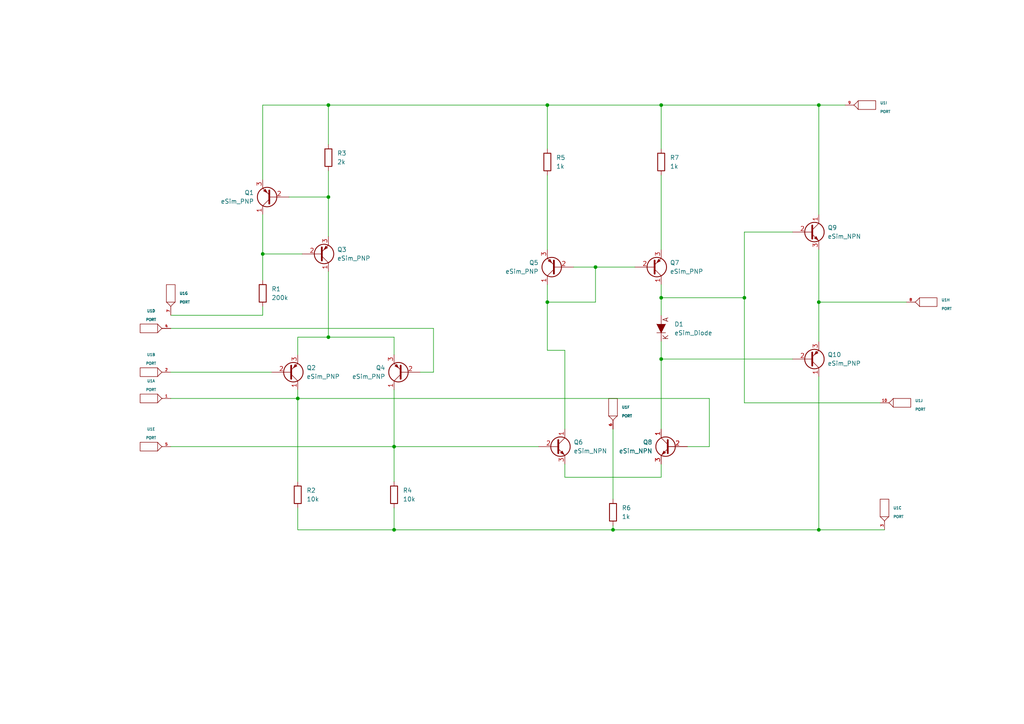
<source format=kicad_sch>
(kicad_sch (version 20211123) (generator eeschema)
  (paper "A4")
  (lib_symbols
    (symbol "eSim_Devices:eSim_Diode" (pin_numbers hide) (pin_names (offset 1.016) hide)
      (property "Reference" "D" (at 0 2.54 0))
      (property "Value" "eSim_Diode" (at 0 -2.54 0))
      (symbol "eSim_Diode_0_0"
        (text "A" (at -2.54 1.27 0) (effects (font (size 1.524 1.524))))
        (text "K" (at 2.54 1.27 0) (effects (font (size 1.524 1.524))))
      )
      (symbol "eSim_Diode_0_1"
        (polyline (pts (xy 1.27 1.27) (xy 1.27 -1.27)) (stroke (width 0.1524)))
        (polyline (pts (xy -1.27 1.27) (xy 1.27 0) (xy -1.27 -1.27)) (fill (type outline)))
      )
      (symbol "eSim_Diode_1_1"
        (pin passive line (at -3.81 0 0) (length 2.54) (name "A") (number "1"))
        (pin passive line (at 3.81 0 180) (length 2.54) (name "K") (number "2"))
      )
    )
    (symbol "eSim_Devices:eSim_NPN" (pin_names (offset 0) hide)
      (property "Reference" "Q" (at -2.54 1.27 0))
      (property "Value" "eSim_NPN" (at -1.27 3.81 0))
      (symbol "eSim_NPN_0_1"
        (polyline (pts (xy 0.635 0.635) (xy 2.54 2.54)))
        (polyline (pts (xy 0.635 -0.635) (xy 2.54 -2.54) (xy 2.54 -2.54)))
        (polyline (pts (xy 0.635 1.905) (xy 0.635 -1.905) (xy 0.635 -1.905)) (stroke (width 0.508)))
        (polyline (pts (xy 1.27 -1.778) (xy 1.778 -1.27) (xy 2.286 -2.286) (xy 1.27 -1.778) (xy 1.27 -1.778)) (fill (type outline)))
        (circle (center 1.27 0) (radius 2.8194) (stroke (width 0.254)))
      )
      (symbol "eSim_NPN_1_1"
        (pin passive line (at 2.54 5.08 270) (length 2.54) (name "C") (number "1"))
        (pin passive line (at -5.08 0 0) (length 5.715) (name "B") (number "2"))
        (pin passive line (at 2.54 -5.08 90) (length 2.54) (name "E") (number "3"))
      )
    )
    (symbol "eSim_Devices:eSim_PNP" (pin_names (offset 0) hide)
      (property "Reference" "Q" (at -2.54 1.27 0))
      (property "Value" "eSim_PNP" (at -1.27 3.81 0))
      (symbol "eSim_PNP_0_1"
        (polyline (pts (xy 0.635 0.635) (xy 2.54 2.54)))
        (polyline (pts (xy 0.635 -0.635) (xy 2.54 -2.54) (xy 2.54 -2.54)))
        (polyline (pts (xy 0.635 1.905) (xy 0.635 -1.905) (xy 0.635 -1.905)) (stroke (width 0.508)))
        (polyline (pts (xy 2.286 -1.778) (xy 1.778 -2.286) (xy 1.27 -1.27) (xy 2.286 -1.778) (xy 2.286 -1.778)) (fill (type outline)))
        (circle (center 1.27 0) (radius 2.8194) (stroke (width 0.254)))
      )
      (symbol "eSim_PNP_1_1"
        (pin passive line (at 2.54 5.08 270) (length 2.54) (name "C") (number "1"))
        (pin passive line (at -5.08 0 0) (length 5.715) (name "B") (number "2"))
        (pin passive line (at 2.54 -5.08 90) (length 2.54) (name "E") (number "3"))
      )
    )
    (symbol "eSim_Devices:resistor" (pin_numbers hide) (pin_names (offset 0))
      (property "Reference" "R" (at 1.27 3.302 0))
      (property "Value" "resistor" (at 1.27 -1.27 0))
      (symbol "resistor_0_1"
        (rectangle (start 3.81 0.254) (end -1.27 2.286) (stroke (width 0.254)))
      )
      (symbol "resistor_1_1"
        (pin passive line (at -2.54 1.27 0) (length 1.27) (name "~") (number "1"))
        (pin passive line (at 5.08 1.27 180) (length 1.27) (name "~") (number "2"))
      )
    )
    (symbol "eSim_Miscellaneous:PORT" (pin_names (offset 1.016))
      (property "Reference" "U" (at 1.27 2.54 0))
      (property "Value" "PORT" (at 0 0 0))
      (symbol "PORT_0_1"
        (rectangle (start -2.54 1.27) (end 2.54 -1.27))
        (arc (start 2.54 1.27) (mid 3.1355 0.5955) (end 3.81 0))
        (arc (start 3.81 0) (mid 3.1447 -0.6046) (end 2.54 -1.27))
      )
      (symbol "PORT_1_1"
        (pin bidirectional line (at 6.35 0 180) (length 2.54) (name "~") (number "1"))
      )
      (symbol "PORT_2_1"
        (pin bidirectional line (at 6.35 0 180) (length 2.54) (name "~") (number "2"))
      )
      (symbol "PORT_3_1"
        (pin bidirectional line (at 6.35 0 180) (length 2.54) (name "~") (number "3"))
      )
      (symbol "PORT_4_1"
        (pin bidirectional line (at 6.35 0 180) (length 2.54) (name "~") (number "4"))
      )
      (symbol "PORT_5_1"
        (pin bidirectional line (at 6.35 0 180) (length 2.54) (name "~") (number "5"))
      )
      (symbol "PORT_6_1"
        (pin bidirectional line (at 6.35 0 180) (length 2.54) (name "~") (number "6"))
      )
      (symbol "PORT_7_1"
        (pin bidirectional line (at 6.35 0 180) (length 2.54) (name "~") (number "7"))
      )
      (symbol "PORT_8_1"
        (pin bidirectional line (at 6.35 0 180) (length 2.54) (name "~") (number "8"))
      )
      (symbol "PORT_9_1"
        (pin bidirectional line (at 6.35 0 180) (length 2.54) (name "~") (number "9"))
      )
      (symbol "PORT_10_1"
        (pin bidirectional line (at 6.35 0 180) (length 2.54) (name "~") (number "10"))
      )
      (symbol "PORT_11_1"
        (pin bidirectional line (at 6.35 0 180) (length 2.54) (name "~") (number "11"))
      )
      (symbol "PORT_12_1"
        (pin bidirectional line (at 6.35 0 180) (length 2.54) (name "~") (number "12"))
      )
      (symbol "PORT_13_1"
        (pin bidirectional line (at 6.35 0 180) (length 2.54) (name "~") (number "13"))
      )
      (symbol "PORT_14_1"
        (pin bidirectional line (at 6.35 0 180) (length 2.54) (name "~") (number "14"))
      )
      (symbol "PORT_15_1"
        (pin bidirectional line (at 6.35 0 180) (length 2.54) (name "~") (number "15"))
      )
      (symbol "PORT_16_1"
        (pin bidirectional line (at 6.35 0 180) (length 2.54) (name "~") (number "16"))
      )
      (symbol "PORT_17_1"
        (pin bidirectional line (at 6.35 0 180) (length 2.54) (name "~") (number "17"))
      )
      (symbol "PORT_18_1"
        (pin bidirectional line (at 6.35 0 180) (length 2.54) (name "~") (number "18"))
      )
      (symbol "PORT_19_1"
        (pin bidirectional line (at 6.35 0 180) (length 2.54) (name "~") (number "19"))
      )
      (symbol "PORT_20_1"
        (pin bidirectional line (at 6.35 0 180) (length 2.54) (name "~") (number "20"))
      )
      (symbol "PORT_21_1"
        (pin bidirectional line (at 6.35 0 180) (length 2.54) (name "~") (number "21"))
      )
      (symbol "PORT_22_1"
        (pin bidirectional line (at 6.35 0 180) (length 2.54) (name "~") (number "22"))
      )
      (symbol "PORT_23_1"
        (pin bidirectional line (at 6.35 0 180) (length 2.54) (name "~") (number "23"))
      )
      (symbol "PORT_24_1"
        (pin bidirectional line (at 6.35 0 180) (length 2.54) (name "~") (number "24"))
      )
      (symbol "PORT_25_1"
        (pin bidirectional line (at 6.35 0 180) (length 2.54) (name "~") (number "25"))
      )
      (symbol "PORT_26_1"
        (pin bidirectional line (at 6.35 0 180) (length 2.54) (name "~") (number "26"))
      )
    )
  )
  (junction (at 237.49 87.63))
  (junction (at 237.49 153.67))
  (junction (at 172.72 77.47))
  (junction (at 215.9 86.36))
  (junction (at 191.77 104.14))
  (junction (at 95.25 30.48))
  (junction (at 237.49 30.48))
  (junction (at 158.75 30.48))
  (junction (at 76.2 73.66))
  (junction (at 191.77 86.36))
  (junction (at 86.36 115.57))
  (junction (at 114.3 129.54))
  (junction (at 114.3 153.67))
  (junction (at 95.25 57.15))
  (junction (at 95.25 97.79))
  (junction (at 177.8 153.67))
  (junction (at 158.75 87.63))
  (junction (at 191.77 30.48))
  (wire (pts (xy 49.53 95.25) (xy 125.73 95.25)))
  (wire (pts (xy 49.53 115.57) (xy 86.36 115.57)))
  (wire (pts (xy 86.36 153.67) (xy 114.3 153.67)))
  (wire (pts (xy 158.75 101.6) (xy 158.75 87.63)))
  (wire (pts (xy 177.8 152.4) (xy 177.8 153.67)))
  (wire (pts (xy 114.3 129.54) (xy 114.3 139.7)))
  (wire (pts (xy 49.53 107.95) (xy 78.74 107.95)))
  (wire (pts (xy 237.49 30.48) (xy 237.49 62.23)))
  (wire (pts (xy 86.36 113.03) (xy 86.36 115.57)))
  (wire (pts (xy 205.74 129.54) (xy 205.74 115.57)))
  (wire (pts (xy 86.36 147.32) (xy 86.36 153.67)))
  (wire (pts (xy 95.25 97.79) (xy 114.3 97.79)))
  (wire (pts (xy 215.9 86.36) (xy 215.9 116.84)))
  (wire (pts (xy 83.82 57.15) (xy 95.25 57.15)))
  (wire (pts (xy 163.83 138.43) (xy 191.77 138.43)))
  (wire (pts (xy 158.75 87.63) (xy 158.75 82.55)))
  (wire (pts (xy 229.87 67.31) (xy 215.9 67.31)))
  (wire (pts (xy 114.3 113.03) (xy 114.3 129.54)))
  (wire (pts (xy 191.77 82.55) (xy 191.77 86.36)))
  (wire (pts (xy 86.36 115.57) (xy 205.74 115.57)))
  (wire (pts (xy 215.9 67.31) (xy 215.9 86.36)))
  (wire (pts (xy 172.72 77.47) (xy 172.72 87.63)))
  (wire (pts (xy 114.3 129.54) (xy 156.21 129.54)))
  (wire (pts (xy 215.9 116.84) (xy 255.27 116.84)))
  (wire (pts (xy 158.75 30.48) (xy 191.77 30.48)))
  (wire (pts (xy 125.73 107.95) (xy 125.73 95.25)))
  (wire (pts (xy 237.49 109.22) (xy 237.49 153.67)))
  (wire (pts (xy 163.83 134.62) (xy 163.83 138.43)))
  (wire (pts (xy 76.2 73.66) (xy 87.63 73.66)))
  (wire (pts (xy 172.72 77.47) (xy 184.15 77.47)))
  (wire (pts (xy 191.77 138.43) (xy 191.77 134.62)))
  (wire (pts (xy 114.3 153.67) (xy 177.8 153.67)))
  (wire (pts (xy 49.53 91.44) (xy 76.2 91.44)))
  (wire (pts (xy 191.77 99.06) (xy 191.77 104.14)))
  (wire (pts (xy 76.2 88.9) (xy 76.2 91.44)))
  (wire (pts (xy 86.36 97.79) (xy 95.25 97.79)))
  (wire (pts (xy 95.25 49.53) (xy 95.25 57.15)))
  (wire (pts (xy 191.77 30.48) (xy 237.49 30.48)))
  (wire (pts (xy 237.49 72.39) (xy 237.49 87.63)))
  (wire (pts (xy 114.3 97.79) (xy 114.3 102.87)))
  (wire (pts (xy 237.49 30.48) (xy 245.11 30.48)))
  (wire (pts (xy 163.83 101.6) (xy 158.75 101.6)))
  (wire (pts (xy 191.77 86.36) (xy 191.77 91.44)))
  (wire (pts (xy 49.53 129.54) (xy 114.3 129.54)))
  (wire (pts (xy 199.39 129.54) (xy 205.74 129.54)))
  (wire (pts (xy 86.36 115.57) (xy 86.36 139.7)))
  (wire (pts (xy 114.3 147.32) (xy 114.3 153.67)))
  (wire (pts (xy 121.92 107.95) (xy 125.73 107.95)))
  (wire (pts (xy 237.49 99.06) (xy 237.49 87.63)))
  (wire (pts (xy 163.83 124.46) (xy 163.83 101.6)))
  (wire (pts (xy 177.8 153.67) (xy 237.49 153.67)))
  (wire (pts (xy 76.2 52.07) (xy 76.2 30.48)))
  (wire (pts (xy 229.87 104.14) (xy 191.77 104.14)))
  (wire (pts (xy 76.2 73.66) (xy 76.2 81.28)))
  (wire (pts (xy 166.37 77.47) (xy 172.72 77.47)))
  (wire (pts (xy 237.49 87.63) (xy 262.89 87.63)))
  (wire (pts (xy 191.77 104.14) (xy 191.77 124.46)))
  (wire (pts (xy 95.25 57.15) (xy 95.25 68.58)))
  (wire (pts (xy 76.2 30.48) (xy 95.25 30.48)))
  (wire (pts (xy 86.36 97.79) (xy 86.36 102.87)))
  (wire (pts (xy 158.75 30.48) (xy 158.75 43.18)))
  (wire (pts (xy 95.25 30.48) (xy 95.25 41.91)))
  (wire (pts (xy 191.77 30.48) (xy 191.77 43.18)))
  (wire (pts (xy 95.25 30.48) (xy 158.75 30.48)))
  (wire (pts (xy 191.77 86.36) (xy 215.9 86.36)))
  (wire (pts (xy 177.8 124.46) (xy 177.8 144.78)))
  (wire (pts (xy 95.25 78.74) (xy 95.25 97.79)))
  (wire (pts (xy 158.75 87.63) (xy 172.72 87.63)))
  (wire (pts (xy 76.2 62.23) (xy 76.2 73.66)))
  (wire (pts (xy 158.75 50.8) (xy 158.75 72.39)))
  (wire (pts (xy 237.49 153.67) (xy 256.54 153.67)))
  (wire (pts (xy 191.77 50.8) (xy 191.77 72.39)))
  (symbol (lib_id "eSim_Devices:resistor") (at 85.09 142.24 270) (unit 1)
    (property "Reference" "R2" (at 88.9 142.2399 90) (effects (justify left)))
    (property "Value" "10k" (at 88.9 144.7799 90) (effects (justify left)))
  )
  (symbol (lib_id "eSim_Devices:eSim_PNP") (at 116.84 107.95 180) (unit 1)
    (property "Reference" "Q4" (at 111.76 106.6799 0) (effects (justify left)))
    (property "Value" "eSim_PNP" (at 111.76 109.2199 0) (effects (justify left)))
  )
  (symbol (lib_id "eSim_Miscellaneous:PORT") (at 256.54 147.32 270) (unit 3)
    (property "Reference" "U1" (at 259.08 147.32 90) (effects (font (size 0.762 0.762)) (justify left)))
    (property "Value" "PORT" (at 259.08 149.86 90) (effects (font (size 0.762 0.762)) (justify left)))
  )
  (symbol (lib_id "eSim_Devices:eSim_NPN") (at 194.31 129.54 0) (mirror y) (unit 1)
    (property "Reference" "Q8" (at 189.23 128.2699 0) (effects (justify left)))
    (property "Value" "eSim_NPN" (at 189.23 130.8099 0) (effects (justify left)))
  )
  (symbol (lib_id "eSim_Devices:eSim_PNP") (at 161.29 77.47 180) (unit 1)
    (property "Reference" "Q5" (at 156.21 76.1999 0) (effects (justify left)))
    (property "Value" "eSim_PNP" (at 156.21 78.7399 0) (effects (justify left)))
  )
  (symbol (lib_id "eSim_Miscellaneous:PORT") (at 269.24 87.63 180) (unit 8)
    (property "Reference" "U1" (at 273.05 86.995 0) (effects (font (size 0.762 0.762)) (justify right)))
    (property "Value" "PORT" (at 273.05 89.535 0) (effects (font (size 0.762 0.762)) (justify right)))
  )
  (symbol (lib_id "eSim_Miscellaneous:PORT") (at 261.62 116.84 180) (unit 10)
    (property "Reference" "U1" (at 265.43 116.205 0) (effects (font (size 0.762 0.762)) (justify right)))
    (property "Value" "PORT" (at 265.43 118.745 0) (effects (font (size 0.762 0.762)) (justify right)))
  )
  (symbol (lib_id "eSim_Devices:eSim_NPN") (at 161.29 129.54 0) (unit 1)
    (property "Reference" "Q6" (at 166.37 128.2699 0) (effects (justify left)))
    (property "Value" "eSim_NPN" (at 166.37 130.8099 0) (effects (justify left)))
  )
  (symbol (lib_id "eSim_Devices:eSim_PNP") (at 83.82 107.95 0) (mirror x) (unit 1)
    (property "Reference" "Q2" (at 88.9 106.6799 0) (effects (justify left)))
    (property "Value" "eSim_PNP" (at 88.9 109.2199 0) (effects (justify left)))
  )
  (symbol (lib_id "eSim_Devices:resistor") (at 160.02 48.26 90) (unit 1)
    (property "Reference" "R5" (at 161.29 45.7199 90) (effects (justify right)))
    (property "Value" "1k" (at 161.29 48.2599 90) (effects (justify right)))
  )
  (symbol (lib_id "eSim_Devices:resistor") (at 77.47 86.36 90) (unit 1)
    (property "Reference" "R1" (at 78.74 83.8199 90) (effects (justify right)))
    (property "Value" "200k" (at 78.74 86.3599 90) (effects (justify right)))
  )
  (symbol (lib_id "eSim_Devices:resistor") (at 193.04 48.26 90) (unit 1)
    (property "Reference" "R7" (at 194.31 45.7199 90) (effects (justify right)))
    (property "Value" "1k" (at 194.31 48.2599 90) (effects (justify right)))
  )
  (symbol (lib_id "eSim_Miscellaneous:PORT") (at 43.18 129.54 0) (unit 5)
    (property "Reference" "U1" (at 43.815 124.46 0) (effects (font (size 0.762 0.762))))
    (property "Value" "PORT" (at 43.815 127 0) (effects (font (size 0.762 0.762))))
  )
  (symbol (lib_id "eSim_Devices:eSim_PNP") (at 78.74 57.15 180) (unit 1)
    (property "Reference" "Q1" (at 73.66 55.8799 0) (effects (justify left)))
    (property "Value" "eSim_PNP" (at 73.66 58.4199 0) (effects (justify left)))
  )
  (symbol (lib_id "eSim_Miscellaneous:PORT") (at 49.53 85.09 270) (unit 7)
    (property "Reference" "U1" (at 52.07 85.09 90) (effects (font (size 0.762 0.762)) (justify left)))
    (property "Value" "PORT" (at 52.07 87.63 90) (effects (font (size 0.762 0.762)) (justify left)))
  )
  (symbol (lib_id "eSim_Devices:resistor") (at 115.57 144.78 90) (unit 1)
    (property "Reference" "R4" (at 116.84 142.2399 90) (effects (justify right)))
    (property "Value" "10k" (at 116.84 144.7799 90) (effects (justify right)))
  )
  (symbol (lib_id "eSim_Devices:eSim_PNP") (at 189.23 77.47 0) (mirror x) (unit 1)
    (property "Reference" "Q7" (at 194.31 76.1999 0) (effects (justify left)))
    (property "Value" "eSim_PNP" (at 194.31 78.7399 0) (effects (justify left)))
  )
  (symbol (lib_id "eSim_Devices:eSim_PNP") (at 92.71 73.66 0) (mirror x) (unit 1)
    (property "Reference" "Q3" (at 97.79 72.3899 0) (effects (justify left)))
    (property "Value" "eSim_PNP" (at 97.79 74.9299 0) (effects (justify left)))
  )
  (symbol (lib_id "eSim_Miscellaneous:PORT") (at 251.46 30.48 180) (unit 9)
    (property "Reference" "U1" (at 255.27 29.845 0) (effects (font (size 0.762 0.762)) (justify right)))
    (property "Value" "PORT" (at 255.27 32.385 0) (effects (font (size 0.762 0.762)) (justify right)))
  )
  (symbol (lib_id "eSim_Devices:eSim_NPN") (at 234.95 67.31 0) (unit 1)
    (property "Reference" "Q9" (at 240.03 66.0399 0) (effects (justify left)))
    (property "Value" "eSim_NPN" (at 240.03 68.5799 0) (effects (justify left)))
  )
  (symbol (lib_id "eSim_Devices:resistor") (at 179.07 149.86 90) (unit 1)
    (property "Reference" "R6" (at 180.34 147.3199 90) (effects (justify right)))
    (property "Value" "1k" (at 180.34 149.8599 90) (effects (justify right)))
  )
  (symbol (lib_id "eSim_Devices:resistor") (at 96.52 46.99 90) (unit 1)
    (property "Reference" "R3" (at 97.79 44.4499 90) (effects (justify right)))
    (property "Value" "2k" (at 97.79 46.9899 90) (effects (justify right)))
  )
  (symbol (lib_id "eSim_Miscellaneous:PORT") (at 177.8 118.11 270) (unit 6)
    (property "Reference" "U1" (at 180.34 118.11 90) (effects (font (size 0.762 0.762)) (justify left)))
    (property "Value" "PORT" (at 180.34 120.65 90) (effects (font (size 0.762 0.762)) (justify left)))
  )
  (symbol (lib_id "eSim_Devices:eSim_Diode") (at 191.77 95.25 270) (unit 1)
    (property "Reference" "D1" (at 195.58 94.0343 90) (effects (justify left)))
    (property "Value" "eSim_Diode" (at 195.58 96.5743 90) (effects (justify left)))
  )
  (symbol (lib_id "eSim_Miscellaneous:PORT") (at 43.18 107.95 0) (unit 2)
    (property "Reference" "U1" (at 43.815 102.87 0) (effects (font (size 0.762 0.762))))
    (property "Value" "PORT" (at 43.815 105.41 0) (effects (font (size 0.762 0.762))))
  )
  (symbol (lib_id "eSim_Miscellaneous:PORT") (at 43.18 95.25 0) (unit 4)
    (property "Reference" "U1" (at 43.815 90.17 0) (effects (font (size 0.762 0.762))))
    (property "Value" "PORT" (at 43.815 92.71 0) (effects (font (size 0.762 0.762))))
  )
  (symbol (lib_id "eSim_Miscellaneous:PORT") (at 43.18 115.57 0) (unit 1)
    (property "Reference" "U1" (at 43.815 110.49 0) (effects (font (size 0.762 0.762))))
    (property "Value" "PORT" (at 43.815 113.03 0) (effects (font (size 0.762 0.762))))
  )
  (symbol (lib_id "eSim_Devices:eSim_PNP") (at 234.95 104.14 0) (mirror x) (unit 1)
    (property "Reference" "Q10" (at 240.03 102.8699 0) (effects (justify left)))
    (property "Value" "eSim_PNP" (at 240.03 105.4099 0) (effects (justify left)))
  )
)
</source>
